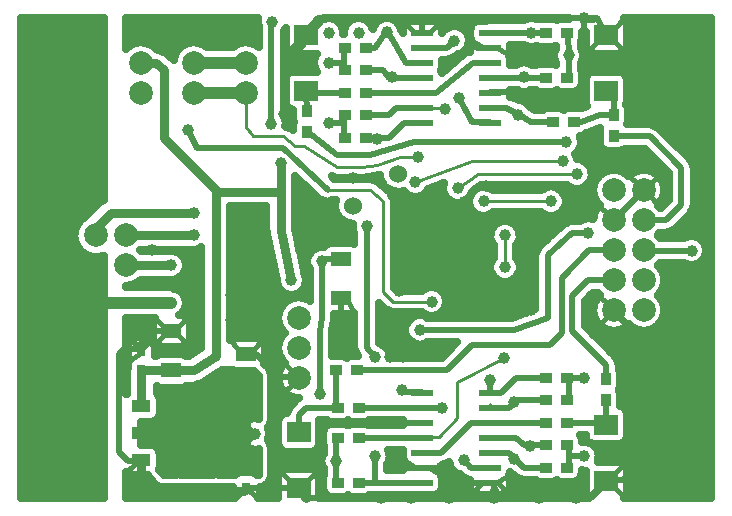
<source format=gbl>
G04*
G04  File:            DEBUGADAPTOR..GBL, Mon Jan 23 17:11:56 2012*
G04  Source:          P-CAD 2006 PCB, Version 19.02.958, (D:\Projects\finished\EC3\DebugAdaptor.PCB)*
G04  Format:          Gerber Format (RS-274-D), ASCII*
G04*
G04  Format Options:  Absolute Positioning*
G04                   Leading-Zero Suppression*
G04                   Scale Factor 1:1*
G04                   NO Circular Interpolation*
G04                   Millimeter Units*
G04                   Numeric Format: 4.4 (XXXX.XXXX)*
G04                   G54 NOT Used for Aperture Change*
G04                   Apertures Embedded*
G04*
G04  File Options:    Offset = (0.000mm,0.000mm)*
G04                   Drill Symbol Size = 2.032mm*
G04                   No Pad/Via Holes*
G04*
G04  File Contents:   Pads*
G04                   Vias*
G04                   Designators*
G04                   Types*
G04                   Values*
G04                   No Drill Symbols*
G04                   Bottom*
G04*
%INDEBUGADAPTOR..GBL*%
%ICAS*%
%MOMM*%
G04*
G04  Aperture MACROs for general use --- invoked via D-code assignment *
G04*
G04  General MACRO for flashed round with rotation and/or offset hole *
%AMROTOFFROUND*
1,1,$1,0.0000,0.0000*
1,0,$2,$3,$4*%
G04*
G04  General MACRO for flashed oval (obround) with rotation and/or offset hole *
%AMROTOFFOVAL*
21,1,$1,$2,0.0000,0.0000,$3*
1,1,$4,$5,$6*
1,1,$4,0-$5,0-$6*
1,0,$7,$8,$9*%
G04*
G04  General MACRO for flashed oval (obround) with rotation and no hole *
%AMROTOVALNOHOLE*
21,1,$1,$2,0.0000,0.0000,$3*
1,1,$4,$5,$6*
1,1,$4,0-$5,0-$6*%
G04*
G04  General MACRO for flashed rectangle with rotation and/or offset hole *
%AMROTOFFRECT*
21,1,$1,$2,0.0000,0.0000,$3*
1,0,$4,$5,$6*%
G04*
G04  General MACRO for flashed rectangle with rotation and no hole *
%AMROTRECTNOHOLE*
21,1,$1,$2,0.0000,0.0000,$3*%
G04*
G04  General MACRO for flashed rounded-rectangle *
%AMROUNDRECT*
21,1,$1,$2-$4,0.0000,0.0000,$3*
21,1,$1-$4,$2,0.0000,0.0000,$3*
1,1,$4,$5,$6*
1,1,$4,$7,$8*
1,1,$4,0-$5,0-$6*
1,1,$4,0-$7,0-$8*
1,0,$9,$10,$11*%
G04*
G04  General MACRO for flashed rounded-rectangle with rotation and no hole *
%AMROUNDRECTNOHOLE*
21,1,$1,$2-$4,0.0000,0.0000,$3*
21,1,$1-$4,$2,0.0000,0.0000,$3*
1,1,$4,$5,$6*
1,1,$4,$7,$8*
1,1,$4,0-$5,0-$6*
1,1,$4,0-$7,0-$8*%
G04*
G04  General MACRO for flashed regular polygon *
%AMREGPOLY*
5,1,$1,0.0000,0.0000,$2,$3+$4*
1,0,$5,$6,$7*%
G04*
G04  General MACRO for flashed regular polygon with no hole *
%AMREGPOLYNOHOLE*
5,1,$1,0.0000,0.0000,$2,$3+$4*%
G04*
G04  General MACRO for target *
%AMTARGET*
6,0,0,$1,$2,$3,4,$4,$5,$6*%
G04*
G04  General MACRO for mounting hole *
%AMMTHOLE*
1,1,$1,0,0*
1,0,$2,0,0*
$1=$1-$2*
$1=$1/2*
21,1,$2+$1,$3,0,0,$4*
21,1,$3,$2+$1,0,0,$4*%
G04*
G04*
G04  D10 : "Ellipse X0.254mm Y0.254mm H0.000mm 0.0deg (0.000mm,0.000mm) Draw"*
G04  Disc: OuterDia=0.2540*
%ADD10C, 0.2540*%
G04  D11 : "Ellipse X0.381mm Y0.381mm H0.000mm 0.0deg (0.000mm,0.000mm) Draw"*
G04  Disc: OuterDia=0.3810*
%ADD11C, 0.3810*%
G04  D12 : "Ellipse X0.500mm Y0.500mm H0.000mm 0.0deg (0.000mm,0.000mm) Draw"*
G04  Disc: OuterDia=0.5000*
%ADD12C, 0.5000*%
G04  D13 : "Ellipse X0.635mm Y0.635mm H0.000mm 0.0deg (0.000mm,0.000mm) Draw"*
G04  Disc: OuterDia=0.6350*
%ADD13C, 0.6350*%
G04  D14 : "Ellipse X0.800mm Y0.800mm H0.000mm 0.0deg (0.000mm,0.000mm) Draw"*
G04  Disc: OuterDia=0.8000*
%ADD14C, 0.8000*%
G04  D15 : "Ellipse X1.000mm Y1.000mm H0.000mm 0.0deg (0.000mm,0.000mm) Draw"*
G04  Disc: OuterDia=1.0000*
%ADD15C, 1.0000*%
G04  D16 : "Ellipse X0.102mm Y0.102mm H0.000mm 0.0deg (0.000mm,0.000mm) Draw"*
G04  Disc: OuterDia=0.1016*
%ADD16C, 0.1016*%
G04  D17 : "Ellipse X0.127mm Y0.127mm H0.000mm 0.0deg (0.000mm,0.000mm) Draw"*
G04  Disc: OuterDia=0.1270*
%ADD17C, 0.1270*%
G04  D18 : "Ellipse X0.150mm Y0.150mm H0.000mm 0.0deg (0.000mm,0.000mm) Draw"*
G04  Disc: OuterDia=0.1500*
%ADD18C, 0.1500*%
G04  D19 : "Ellipse X0.203mm Y0.203mm H0.000mm 0.0deg (0.000mm,0.000mm) Draw"*
G04  Disc: OuterDia=0.2032*
%ADD19C, 0.2032*%
G04  D20 : "Ellipse X0.250mm Y0.250mm H0.000mm 0.0deg (0.000mm,0.000mm) Draw"*
G04  Disc: OuterDia=0.2500*
%ADD20C, 0.2500*%
G04  D21 : "Ellipse X0.250mm Y0.250mm H0.000mm 0.0deg (0.000mm,0.000mm) Draw"*
G04  Disc: OuterDia=0.2500*
%ADD21C, 0.2500*%
G04  D22 : "Ellipse X5.000mm Y5.000mm H0.000mm 0.0deg (0.000mm,0.000mm) Flash"*
G04  Disc: OuterDia=5.0000*
%ADD22C, 5.0000*%
G04  D23 : "Ellipse X5.381mm Y5.381mm H0.000mm 0.0deg (0.000mm,0.000mm) Flash"*
G04  Disc: OuterDia=5.3810*
%ADD23C, 5.3810*%
G04  D24 : "Ellipse X1.524mm Y1.524mm H0.000mm 0.0deg (0.000mm,0.000mm) Flash"*
G04  Disc: OuterDia=1.5240*
%ADD24C, 1.5240*%
G04  D25 : "Ellipse X1.905mm Y1.905mm H0.000mm 0.0deg (0.000mm,0.000mm) Flash"*
G04  Disc: OuterDia=1.9050*
%ADD25C, 1.9050*%
G04  D26 : "Ellipse X2.000mm Y2.000mm H0.000mm 0.0deg (0.000mm,0.000mm) Flash"*
G04  Disc: OuterDia=2.0000*
%ADD26C, 2.0000*%
G04  D27 : "Ellipse X2.381mm Y2.381mm H0.000mm 0.0deg (0.000mm,0.000mm) Flash"*
G04  Disc: OuterDia=2.3810*
%ADD27C, 2.3810*%
G04  D28 : "Oval X0.280mm Y1.100mm H0.000mm 0.0deg (0.000mm,0.000mm) Flash"*
G04  Obround: DimX=0.2800, DimY=1.1000, Rotation=0.0, OffsetX=0.0000, OffsetY=0.0000, HoleDia=0.0000 *
%ADD28O, 0.2800 X1.1000*%
G04  D29 : "Oval X0.661mm Y1.481mm H0.000mm 0.0deg (0.000mm,0.000mm) Flash"*
G04  Obround: DimX=0.6610, DimY=1.4810, Rotation=0.0, OffsetX=0.0000, OffsetY=0.0000, HoleDia=0.0000 *
%ADD29O, 0.6610 X1.4810*%
G04  D30 : "Oval X1.100mm Y0.270mm H0.000mm 0.0deg (0.000mm,0.000mm) Flash"*
G04  Obround: DimX=1.1000, DimY=0.2700, Rotation=0.0, OffsetX=0.0000, OffsetY=0.0000, HoleDia=0.0000 *
%ADD30O, 1.1000 X0.2700*%
G04  D31 : "Oval X1.481mm Y0.651mm H0.000mm 0.0deg (0.000mm,0.000mm) Flash"*
G04  Obround: DimX=1.4810, DimY=0.6510, Rotation=0.0, OffsetX=0.0000, OffsetY=0.0000, HoleDia=0.0000 *
%ADD31O, 1.4810 X0.6510*%
G04  D32 : "Rectangle X3.000mm Y3.000mm H0.000mm 0.0deg (0.000mm,0.000mm) Flash"*
G04  Square: Side=3.0000, Rotation=0.0, OffsetX=0.0000, OffsetY=0.0000, HoleDia=0.0000*
%ADD32R, 3.0000 X3.0000*%
G04  D33 : "Rectangle X1.499mm Y3.277mm H0.000mm 0.0deg (0.000mm,0.000mm) Flash"*
G04  Rectangular: DimX=1.4986, DimY=3.2766, Rotation=0.0, OffsetX=0.0000, OffsetY=0.0000, HoleDia=0.0000 *
%ADD33R, 1.4986 X3.2766*%
G04  D34 : "Rectangle X3.381mm Y3.381mm H0.000mm 0.0deg (0.000mm,0.000mm) Flash"*
G04  Square: Side=3.3810, Rotation=0.0, OffsetX=0.0000, OffsetY=0.0000, HoleDia=0.0000*
%ADD34R, 3.3810 X3.3810*%
G04  D35 : "Rectangle X1.880mm Y3.658mm H0.000mm 0.0deg (0.000mm,0.000mm) Flash"*
G04  Rectangular: DimX=1.8796, DimY=3.6576, Rotation=0.0, OffsetX=0.0000, OffsetY=0.0000, HoleDia=0.0000 *
%ADD35R, 1.8796 X3.6576*%
G04  D36 : "Rectangle X0.435mm Y0.435mm H0.000mm 0.0deg (0.000mm,0.000mm) Flash"*
G04  Square: Side=0.4350, Rotation=0.0, OffsetX=0.0000, OffsetY=0.0000, HoleDia=0.0000*
%ADD36R, 0.4350 X0.4350*%
G04  D37 : "Rectangle X0.816mm Y0.816mm H0.000mm 0.0deg (0.000mm,0.000mm) Flash"*
G04  Square: Side=0.8160, Rotation=0.0, OffsetX=0.0000, OffsetY=0.0000, HoleDia=0.0000*
%ADD37R, 0.8160 X0.8160*%
G04  D38 : "Rectangle X0.800mm Y0.950mm H0.000mm 0.0deg (0.000mm,0.000mm) Flash"*
G04  Rectangular: DimX=0.8000, DimY=0.9500, Rotation=0.0, OffsetX=0.0000, OffsetY=0.0000, HoleDia=0.0000 *
%ADD38R, 0.8000 X0.9500*%
G04  D39 : "Rectangle X1.499mm Y0.991mm H0.000mm 0.0deg (0.000mm,0.000mm) Flash"*
G04  Rectangular: DimX=1.4986, DimY=0.9906, Rotation=0.0, OffsetX=0.0000, OffsetY=0.0000, HoleDia=0.0000 *
%ADD39R, 1.4986 X0.9906*%
G04  D40 : "Rectangle X1.000mm Y0.900mm H0.000mm 0.0deg (0.000mm,0.000mm) Flash"*
G04  Rectangular: DimX=1.0000, DimY=0.9000, Rotation=0.0, OffsetX=0.0000, OffsetY=0.0000, HoleDia=0.0000 *
%ADD40R, 1.0000 X0.9000*%
G04  D41 : "Rectangle X0.900mm Y1.000mm H0.000mm 0.0deg (0.000mm,0.000mm) Flash"*
G04  Rectangular: DimX=0.9000, DimY=1.0000, Rotation=0.0, OffsetX=0.0000, OffsetY=0.0000, HoleDia=0.0000 *
%ADD41R, 0.9000 X1.0000*%
G04  D42 : "Rectangle X1.000mm Y1.700mm H0.000mm 0.0deg (0.000mm,0.000mm) Flash"*
G04  Rectangular: DimX=1.0000, DimY=1.7000, Rotation=0.0, OffsetX=0.0000, OffsetY=0.0000, HoleDia=0.0000 *
%ADD42R, 1.0000 X1.7000*%
G04  D43 : "Rectangle X1.250mm Y1.700mm H0.000mm 0.0deg (0.000mm,0.000mm) Flash"*
G04  Rectangular: DimX=1.2500, DimY=1.7000, Rotation=0.0, OffsetX=0.0000, OffsetY=0.0000, HoleDia=0.0000 *
%ADD43R, 1.2500 X1.7000*%
G04  D44 : "Rectangle X1.700mm Y1.250mm H0.000mm 0.0deg (0.000mm,0.000mm) Flash"*
G04  Rectangular: DimX=1.7000, DimY=1.2500, Rotation=0.0, OffsetX=0.0000, OffsetY=0.0000, HoleDia=0.0000 *
%ADD44R, 1.7000 X1.2500*%
G04  D45 : "Rectangle X1.181mm Y1.331mm H0.000mm 0.0deg (0.000mm,0.000mm) Flash"*
G04  Rectangular: DimX=1.1810, DimY=1.3310, Rotation=0.0, OffsetX=0.0000, OffsetY=0.0000, HoleDia=0.0000 *
%ADD45R, 1.1810 X1.3310*%
G04  D46 : "Rectangle X1.880mm Y1.372mm H0.000mm 0.0deg (0.000mm,0.000mm) Flash"*
G04  Rectangular: DimX=1.8796, DimY=1.3716, Rotation=0.0, OffsetX=0.0000, OffsetY=0.0000, HoleDia=0.0000 *
%ADD46R, 1.8796 X1.3716*%
G04  D47 : "Rectangle X1.381mm Y1.281mm H0.000mm 0.0deg (0.000mm,0.000mm) Flash"*
G04  Rectangular: DimX=1.3810, DimY=1.2810, Rotation=0.0, OffsetX=0.0000, OffsetY=0.0000, HoleDia=0.0000 *
%ADD47R, 1.3810 X1.2810*%
G04  D48 : "Rectangle X1.281mm Y1.381mm H0.000mm 0.0deg (0.000mm,0.000mm) Flash"*
G04  Rectangular: DimX=1.2810, DimY=1.3810, Rotation=0.0, OffsetX=0.0000, OffsetY=0.0000, HoleDia=0.0000 *
%ADD48R, 1.2810 X1.3810*%
G04  D49 : "Rectangle X1.381mm Y2.081mm H0.000mm 0.0deg (0.000mm,0.000mm) Flash"*
G04  Rectangular: DimX=1.3810, DimY=2.0810, Rotation=0.0, OffsetX=0.0000, OffsetY=0.0000, HoleDia=0.0000 *
%ADD49R, 1.3810 X2.0810*%
G04  D50 : "Rectangle X1.631mm Y2.081mm H0.000mm 0.0deg (0.000mm,0.000mm) Flash"*
G04  Rectangular: DimX=1.6310, DimY=2.0810, Rotation=0.0, OffsetX=0.0000, OffsetY=0.0000, HoleDia=0.0000 *
%ADD50R, 1.6310 X2.0810*%
G04  D51 : "Rectangle X2.081mm Y1.631mm H0.000mm 0.0deg (0.000mm,0.000mm) Flash"*
G04  Rectangular: DimX=2.0810, DimY=1.6310, Rotation=0.0, OffsetX=0.0000, OffsetY=0.0000, HoleDia=0.0000 *
%ADD51R, 2.0810 X1.6310*%
G04  D52 : "Rectangle X2.032mm Y1.778mm H0.000mm 0.0deg (0.000mm,0.000mm) Flash"*
G04  Rectangular: DimX=2.0320, DimY=1.7780, Rotation=0.0, OffsetX=0.0000, OffsetY=0.0000, HoleDia=0.0000 *
%ADD52R, 2.0320 X1.7780*%
G04  D53 : "Rectangle X1.800mm Y0.600mm H0.000mm 0.0deg (0.000mm,0.000mm) Flash"*
G04  Rectangular: DimX=1.8000, DimY=0.6000, Rotation=0.0, OffsetX=0.0000, OffsetY=0.0000, HoleDia=0.0000 *
%ADD53R, 1.8000 X0.6000*%
G04  D54 : "Rectangle X1.880mm Y0.610mm H0.000mm 0.0deg (0.000mm,0.000mm) Flash"*
G04  Rectangular: DimX=1.8796, DimY=0.6096, Rotation=0.0, OffsetX=0.0000, OffsetY=0.0000, HoleDia=0.0000 *
%ADD54R, 1.8796 X0.6096*%
G04  D55 : "Rectangle X2.413mm Y2.159mm H0.000mm 0.0deg (0.000mm,0.000mm) Flash"*
G04  Rectangular: DimX=2.4130, DimY=2.1590, Rotation=0.0, OffsetX=0.0000, OffsetY=0.0000, HoleDia=0.0000 *
%ADD55R, 2.4130 X2.1590*%
G04  D56 : "Rectangle X2.181mm Y0.981mm H0.000mm 0.0deg (0.000mm,0.000mm) Flash"*
G04  Rectangular: DimX=2.1810, DimY=0.9810, Rotation=0.0, OffsetX=0.0000, OffsetY=0.0000, HoleDia=0.0000 *
%ADD56R, 2.1810 X0.9810*%
G04  D57 : "Rectangle X2.261mm Y0.991mm H0.000mm 0.0deg (0.000mm,0.000mm) Flash"*
G04  Rectangular: DimX=2.2606, DimY=0.9906, Rotation=0.0, OffsetX=0.0000, OffsetY=0.0000, HoleDia=0.0000 *
%ADD57R, 2.2606 X0.9906*%
G04  D58 : "Ellipse X1.000mm Y1.000mm H0.000mm 0.0deg (0.000mm,0.000mm) Flash"*
G04  Disc: OuterDia=1.0000*
%ADD58C, 1.0000*%
G04  D59 : "Ellipse X1.381mm Y1.381mm H0.000mm 0.0deg (0.000mm,0.000mm) Flash"*
G04  Disc: OuterDia=1.3810*
%ADD59C, 1.3810*%
G04*
%FSLAX44Y44*%
%SFA1B1*%
%OFA0.000B0.000*%
G04*
G71*
G90*
G01*
D2*
%LNBottom*%
D12*
X597000Y744000*
X605000Y736000D1*
X601000Y831000D2*
X597000Y827000D1*
D2*
D15*
X577850Y869950*
Y901700D1*
X552450*
Y850900*
D2*
D14*
X577850Y927100*
Y933450D1*
X590550Y946150*
X615950Y736600D2*
Y726050D1*
X629000Y711000*
X679450D2*
Y711200D1*
X629000Y711000D2*
X647700D1*
X679450*
X647700D2*
Y711200D1*
X615950Y782320D2*
Y812800D1*
X641350*
X660400*
X679000Y825000*
D2*
D12*
X641350Y845820*
X625820D1*
X663000Y1001000D2*
X656000Y1016000D1*
D2*
D14*
X615950Y1073150*
X628650D1*
X749000Y711000D2*
X749200Y711200D1*
X749300*
X755650Y704850*
D2*
D12*
X705000Y713500*
Y713000D1*
D2*
D14*
X749000Y710000*
Y711000D1*
D2*
D12*
X705000Y713000*
X727000D1*
X749000*
X712000Y759000D2*
X705000D1*
X704850Y826770D2*
X713230D1*
X727000Y813000*
X755650Y781050D2*
X749300Y774700D1*
X749200Y806450D2*
X749000Y806650D1*
X749300Y806450D2*
X749200D1*
X749300Y831950D2*
X749000Y832250D1*
X749300Y831850D2*
Y831950D1*
X727000Y807000D2*
Y813000D1*
X749000Y807000D2*
Y806650D1*
Y807000D2*
X727000D1*
X758000Y918000D2*
Y935000D1*
D2*
D14*
X734000Y931000*
Y964000D1*
X732790Y963930D2*
X734000Y964000D1*
X732790D2*
X734000D1*
X732790Y963930D2*
X732790Y964000D1*
X734060D2*
X734000D1*
D2*
D10*
X704850Y1047750*
Y1019150D1*
X746000Y1003000D2*
X754000D1*
D2*
D12*
X755650Y1047750*
X756000Y1032000D1*
Y1014220D2*
X757430D1*
X757350Y1014300*
D2*
D10*
X736000Y1011000*
X746000Y1003000D1*
X704850Y1019150D2*
X711000Y1011000D1*
X736000*
D2*
D12*
X756000Y1097000*
X754000D1*
Y1089000*
X737000Y1072000*
X782320Y717550D2*
X781050D1*
X781000Y736000D2*
Y743000D1*
X814000Y740000D2*
Y718000D1*
X781050Y717550D2*
Y736000D1*
Y755650*
Y736000D2*
X781000D1*
Y813000D2*
X781050Y812950D1*
Y781050*
X799000Y813000D2*
X798000Y814000D1*
X807000Y832000D2*
X814000Y824000D1*
X772000Y907000D2*
X785000D1*
Y873980D2*
Y860000D1*
D2*
D10*
X829000Y871000*
X821000Y879000D1*
D2*
D12*
X783000Y910000*
X785000Y907000D1*
X783000Y910000D2*
X786000Y907000D1*
X769000Y905000D2*
Y857000D1*
X767000Y846000*
X828000Y859000D2*
X827000Y860000D1*
D2*
D10*
X816000Y987000*
X802540Y984810D1*
X781540D2*
X802540D1*
X821000Y956000D2*
X810000Y965730D1*
X774000*
D2*
D12*
X795655Y975360*
X812800D1*
X806450Y1028700D2*
X825500D1*
X831850Y1035050*
X788670Y1028700D2*
X787400D1*
X774700Y1022350D2*
X787400D1*
Y1028700D2*
Y1022350D1*
Y1009650*
X806450D2*
X807650D1*
D2*
D10*
X808000Y1010000D1*
X806000Y1008000D2*
X807650Y1009650D1*
X808000Y1008000D2*
X806000D1*
X816000Y1009000D2*
X808000Y1008000D1*
D2*
D12*
X782000Y995000*
X810000D1*
X807650Y1009650D2*
X816000D1*
X825500*
X816000D2*
Y1009000D1*
X788670Y1085850D2*
X787400D1*
Y1073150D2*
X774700D1*
X787400D2*
Y1085850D1*
X814000Y1086000D2*
X806450Y1085850D1*
X814000Y1086000D2*
X822896Y1098850D1*
X853948Y755650D2*
X857250D1*
X869950Y742950D2*
X853948D1*
X850900*
X911352Y717550D2*
X908050D1*
X853948Y730250D2*
X850900D1*
D2*
D10*
X868000Y756000*
X854000D1*
X910750Y730250D2*
X910000Y731000D1*
X911352Y755650D2*
Y756648D1*
X911000Y757000*
D2*
D12*
X882650Y717550*
X908050D1*
X882650D2*
X869950Y730250D1*
X853948*
X889000Y736600D2*
X895350Y730250D1*
X910750*
X911352*
X853948D2*
X854000Y730198D1*
Y730000*
X844550Y704850D2*
X876300D1*
X911352Y768350D2*
X895350D1*
X911000Y805000D2*
Y794000D1*
D2*
D10*
X911352Y781050*
Y783648D1*
X911000Y784000*
D2*
D12*
X911352Y793750*
X908050D1*
X896000Y834000D2*
X875000Y813000D1*
X853948Y793948D2*
X854000Y794000D1*
X853948Y793750D2*
Y793948D1*
X854708Y781000D2*
X853948Y781050D1*
X854708Y781000D2*
X855000Y781000D1*
X871000*
X854708Y781000*
D2*
D10*
X883000Y803000*
Y772000D1*
D2*
D12*
X891000Y860000*
Y901000D1*
X871000Y860000D2*
X891000D1*
X871000D2*
Y859000D1*
D2*
D10*
X901000Y979000*
X884000Y967000D1*
D2*
D12*
X889000Y955000*
X888000D1*
X852000Y926000*
X853948Y1060450D2*
X857250D1*
X853948Y1022350D2*
X857250D1*
X911352Y1035050D2*
X908050D1*
X911352Y1022350D2*
X911000Y1022702D1*
Y1023000*
X896000*
D2*
D10*
X873000Y1034000*
X869000Y1035000D1*
X853000*
D2*
D12*
X896000Y1023000*
X885000Y1043000D1*
X849948Y1047750D2*
X853948D1*
X865950*
X911352D2*
X911250D1*
X911000Y1048000*
X853948Y1073150D2*
X857250D1*
X911352Y1098550D2*
X908050D1*
X853948D2*
X854000Y1098498D1*
Y1111000*
X853948Y1085850D2*
X853150D1*
X853000Y1086000*
X875000*
X881000Y1092000*
X897000Y1073000D2*
X911352Y1073150D1*
Y1085850D2*
X900150D1*
X894000Y1092000*
Y1111000*
X854000*
X958850Y730250D2*
X939800D1*
X976630D2*
X977900D1*
Y749300*
X939800D2*
X939100Y750000D1*
X933450Y755650*
D2*
D10*
X939100Y750000*
X937000D1*
D2*
D12*
X984250Y704850*
X952500D1*
D2*
D10*
X945000Y749000*
X943000D1*
X942000Y750000D2*
X939100D1*
D2*
D12*
X958850Y749300*
X942700D1*
X939800*
D2*
D10*
X943000Y749000*
X942700Y749300D1*
X942000Y750000*
X934000Y735000D2*
X935000D1*
X936000Y734000*
D2*
D12*
X939800Y730250*
X932025Y738025D1*
X927100Y742950*
X932025Y738025D2*
X932000Y738000D1*
X958850Y806450D2*
X933450D1*
X920750Y793750*
X958850Y787400D2*
X933450D1*
X927100Y781050*
D2*
D10*
X932000Y786000*
X931000D1*
X929000Y784000*
D2*
D12*
X977450Y806450*
X977000Y806000D1*
X976630Y806450D2*
X977450D1*
X977900*
Y806000*
Y787400*
X977000Y806000D2*
X977900D1*
X972000Y844000D2*
Y891000D1*
X932000Y847000D2*
X960000Y857000D1*
Y910000*
X981000Y846000D2*
Y876000D1*
D2*
D10*
X982000Y979000*
X985000D1*
X940000Y1061000D2*
X925000D1*
D2*
D12*
X983780Y1023000*
X982780D1*
X988000D2*
X983780D1*
X935000Y1029000D2*
Y1029738D1*
X925000Y1035000*
X946000Y1023000D2*
X965000D1*
X946000D2*
X935000Y1029738D1*
X958850Y1060450D2*
X940000D1*
Y1061000*
D2*
D10*
X947000Y1098000*
X946000Y1097000D1*
D2*
D12*
X977900Y1098750*
X977650Y1099000D1*
Y1100000*
Y1098000D2*
Y1098600D1*
Y1099000*
X976650Y1098000D2*
X977650Y1098600D1*
X977900Y1098750*
X977650Y1097000D2*
X976650Y1098000D1*
X977900Y1079500D2*
X977650Y1097000D1*
D2*
D10*
X946150Y1098550*
X947000Y1098000D1*
D2*
D12*
X958850Y1098550*
X946150D1*
X1009650Y719328D2*
Y717550D1*
X996950Y704850*
X1009650Y719328D2*
X1010322Y720000D1*
X1025000*
X1034000Y741700*
X1009650Y768350D2*
Y787400D1*
Y805180D2*
Y817350D1*
X1034000Y773000D2*
X1064000Y803000D1*
X1016000Y889000D2*
X994000D1*
X1064000Y845000D2*
X1033000D1*
X1014000Y864000*
X1064000Y845000D2*
Y846000D1*
X1060450Y939800D2*
X1041400D1*
Y965200D2*
X1041200D1*
X1016000Y939800D2*
Y940000D1*
X1041000Y965000*
X1041200Y965200*
X1016000Y1010920D2*
X1046480D1*
X1016000Y1028700D2*
X1012000Y1029000D1*
X1004000D2*
X1012000D1*
X1016000D2*
X1012000D1*
X1016000Y1050000D2*
Y1029000D1*
Y1050000D2*
X1009650Y1049528D1*
X999000Y1109000D2*
X998000Y1110000D1*
X1009650Y1096772D2*
X1001772Y1111000D1*
X1073150Y984250D2*
Y952500D1*
X597000Y827000D2*
Y744000D1*
D2*
D14*
X678942Y759460*
Y759942D1*
X679000Y760000*
D2*
D12*
X625820Y845820*
X616000Y836000D1*
Y831000*
D2*
D14*
X628650Y1073150*
X635000Y1066800D1*
Y1009650*
X679450Y965200*
X705000Y759000D2*
Y763000D1*
D2*
D12*
X749300Y760222*
X750000Y760922D1*
X749300Y774700D2*
Y762000D1*
D2*
D14*
X705000Y763000*
X704850Y793750D1*
X743000Y889000D2*
X734000Y931000D1*
D2*
D12*
X727000Y713000*
Y807000D1*
D2*
D14*
X705000Y759000*
Y730000D1*
D2*
D12*
X737000Y1072000*
Y1030000D1*
X726000Y1021000D2*
Y1107000D1*
D2*
D14*
X734000Y964000*
X734060Y988060D1*
D2*
D12*
X827000Y824000*
Y860000D1*
X807000Y935000D2*
Y832000D1*
X767000Y846000D2*
Y796000D1*
X787400Y1066800D2*
Y1073150D1*
X806450Y1066800D2*
X821000Y1067000D1*
X825850Y1060450*
D2*
D10*
X835000Y993000*
X816000Y987000D1*
D2*
D12*
X895350Y768350*
X869950Y742950D1*
D2*
D10*
X883000Y772000*
X868000Y756000D1*
D2*
D12*
X891000Y901000*
X851000Y925000D1*
D2*
D10*
X848000Y972000*
X896000Y990000D1*
D2*
D12*
X865950Y1047750*
X897000Y1073000D1*
D2*
D10*
X924000Y927000*
Y900000D1*
D2*
D12*
X972000Y844000*
X962000Y834000D1*
X960000Y910000D2*
X981000Y929000D1*
D2*
D10*
X973000Y987000*
Y990000D1*
D2*
D12*
X977900Y1060450*
Y1079500D1*
X1016000Y914400D2*
X995400D1*
X1043000Y914000D2*
X1042000Y915000D1*
X1064000Y803000D2*
Y845000D1*
X1034000Y741700D2*
Y773000D1*
D2*
D15*
X552450Y977900*
Y901700D1*
D2*
D14*
X679000Y825000*
Y964000D1*
D2*
D10*
X821000Y879000*
Y956000D1*
D2*
D12*
X605000Y736000*
X615000D1*
X616000Y831000D2*
X601000D1*
D2*
D14*
X603250Y901700*
X641350D1*
D2*
D15*
Y869950*
X577850D1*
D2*
D12*
X800100Y755650*
X853948D1*
X800100Y717550D2*
X850900D1*
X933450Y755650D2*
X914400D1*
D2*
D14*
Y704850*
Y711200D1*
D2*
D12*
Y717550D1*
X911352Y730250D2*
X914400D1*
X854000Y730000D2*
X827000D1*
X755650Y704850D2*
X819150D1*
X876300D2*
X914400D1*
X819150D2*
X844550D1*
X927100Y742950D2*
X914400D1*
D2*
D14*
X679450Y711000*
X703000D1*
D2*
D12*
X781050Y781050*
X755650D1*
X927100D2*
X914400D1*
X920750Y793750D2*
X911352D1*
X875000Y813000D2*
X799000D1*
X827000Y768000D2*
X855000D1*
X854000Y794000D2*
X839000D1*
X800100Y781050D2*
X854708Y781000D1*
D2*
D10*
X838000Y824000*
X827000D1*
X923000Y823000D2*
X883000Y803000D1*
X862000Y871000D2*
X829000D1*
D2*
D12*
X852000Y847000*
X932000D1*
X871000Y859000D2*
X828000D1*
X827000Y860000D2*
X871000D1*
X758000Y935000D2*
X776000Y953000D1*
D2*
D14*
X732790Y964000*
X679000D1*
D2*
D12*
X831850Y1035050*
X850900D1*
X825500Y1009650D2*
X838200Y1022350D1*
X853948*
X788670Y1047750D2*
X755650D1*
D2*
D10*
X828000Y1061000*
X842000D1*
D2*
D12*
X825850Y1060450*
X853948D1*
D2*
D15*
X660400Y1047750*
X704850D1*
D2*
D10*
X835000Y993000*
X850000D1*
D2*
D12*
X761000Y1011000*
X757350Y1014300D1*
X806450Y1047750D2*
X849948D1*
X736000Y1001000D2*
X663000D1*
X925000Y1035000D2*
X911352Y1035050D1*
X810000Y995000D2*
X847000Y1006000D1*
X761000Y1011000D2*
X782000Y995000D1*
X940000Y1060450D2*
X914400D1*
X911352Y1073150D2*
X914400D1*
D2*
D15*
X660400*
X704850D1*
D2*
D12*
X766000Y1111000*
X756000Y1101000D1*
X854000Y1111000D2*
X766000D1*
X839850Y1073150D2*
X853948D1*
X825086Y1098850D2*
X839850Y1073150D1*
X946150Y1098550D2*
X911352D1*
X991000Y740000D2*
X978000D1*
X996950Y704850D2*
X984250D1*
X976630Y768350D2*
X1009650D1*
X991000Y806000D2*
X990000Y807000D1*
Y806000*
X977900D2*
X990000D1*
X991000*
X981000Y876000D2*
X994000Y889000D1*
X1073150Y952500D2*
X1060450Y939800D1*
X981000Y929000D2*
X994000D1*
X988000Y1023000D2*
X1004000Y1029000D1*
X985000Y1048000D2*
X991000Y1054000D1*
Y1109000D2*
X999000D1*
D2*
D14*
X679000Y760000*
X683000D1*
D2*
D10*
X754000Y1003000*
X781540Y984810D1*
D2*
D12*
X774000Y965730*
X736000Y1001000D1*
X1009650Y817350D2*
X981000Y846000D1*
X1082000Y914000D2*
X1043000D1*
X972000Y891000D2*
X995400Y914400D1*
X1046480Y1010920D2*
X1073150Y984250D1*
X991000Y1054000D2*
Y1109000D1*
D2*
D13*
X577850Y908569*
X570758Y909979D1*
X564746Y913996*
X560729Y920008*
X559319Y927100*
X560729Y934191*
X564746Y940203*
X568511Y942718*
X568531Y942768*
X581231Y955468*
X584200Y956697*
Y1111250*
X514350*
Y704850*
X584200*
Y909832*
X577850Y908569*
X514350Y704850D2*
X584200D1*
X514350Y709612D2*
X584200D1*
X514350Y714375D2*
X584200D1*
X514350Y719137D2*
X584200D1*
X514350Y723900D2*
X584200D1*
X514350Y728662D2*
X584200D1*
X514350Y733425D2*
X584200D1*
X514350Y738187D2*
X584200D1*
X514350Y742950D2*
X584200D1*
X514350Y747712D2*
X584200D1*
X514350Y752475D2*
X584200D1*
X514350Y757237D2*
X584200D1*
X514350Y762000D2*
X584200D1*
X514350Y766762D2*
X584200D1*
X514350Y771525D2*
X584200D1*
X514350Y776287D2*
X584200D1*
X514350Y781050D2*
X584200D1*
X514350Y785812D2*
X584200D1*
X514350Y790575D2*
X584200D1*
X514350Y795337D2*
X584200D1*
X514350Y800100D2*
X584200D1*
X514350Y804862D2*
X584200D1*
X514350Y809625D2*
X584200D1*
X514350Y814387D2*
X584200D1*
X514350Y819150D2*
X584200D1*
X514350Y823912D2*
X584200D1*
X514350Y828675D2*
X584200D1*
X514350Y833437D2*
X584200D1*
X514350Y838200D2*
X584200D1*
X514350Y842962D2*
X584200D1*
X514350Y847725D2*
X584200D1*
X514350Y852487D2*
X584200D1*
X514350Y857250D2*
X584200D1*
X514350Y862012D2*
X584200D1*
X514350Y866775D2*
X584200D1*
X514350Y871537D2*
X584200D1*
X514350Y876300D2*
X584200D1*
X514350Y881062D2*
X584200D1*
X514350Y885825D2*
X584200D1*
X514350Y890587D2*
X584200D1*
X514350Y895350D2*
X584200D1*
X514350Y900112D2*
X584200D1*
X514350Y904875D2*
X584200D1*
X514350Y909637D2*
X572478D1*
X583221D2*
X584200D1*
X514350Y914400D2*
X564477D1*
X514350Y919162D2*
X561294D1*
X514350Y923925D2*
X559950D1*
X514350Y928687D2*
X559634D1*
X514350Y933450D2*
X560582D1*
X514350Y938212D2*
X563416D1*
X514350Y942975D2*
X568738D1*
X514350Y947737D2*
X573500D1*
X514350Y952500D2*
X578263D1*
X514350Y957262D2*
X584200D1*
X514350Y962025D2*
X584200D1*
X514350Y966787D2*
X584200D1*
X514350Y971550D2*
X584200D1*
X514350Y976312D2*
X584200D1*
X514350Y981075D2*
X584200D1*
X514350Y985837D2*
X584200D1*
X514350Y990600D2*
X584200D1*
X514350Y995362D2*
X584200D1*
X514350Y1000125D2*
X584200D1*
X514350Y1004887D2*
X584200D1*
X514350Y1009650D2*
X584200D1*
X514350Y1014412D2*
X584200D1*
X514350Y1019175D2*
X584200D1*
X514350Y1023937D2*
X584200D1*
X514350Y1028700D2*
X584200D1*
X514350Y1033462D2*
X584200D1*
X514350Y1038225D2*
X584200D1*
X514350Y1042987D2*
X584200D1*
X514350Y1047750D2*
X584200D1*
X514350Y1052512D2*
X584200D1*
X514350Y1057275D2*
X584200D1*
X514350Y1062037D2*
X584200D1*
X514350Y1066800D2*
X584200D1*
X514350Y1071562D2*
X584200D1*
X514350Y1076325D2*
X584200D1*
X514350Y1081087D2*
X584200D1*
X514350Y1085850D2*
X584200D1*
X514350Y1090612D2*
X584200D1*
X514350Y1095375D2*
X584200D1*
X514350Y1100137D2*
X584200D1*
X514350Y1104900D2*
X584200D1*
X514350Y1109662D2*
X584200D1*
D2*
D12*
X952500Y704850*
X914400D1*
X958850Y768350D2*
X911352D1*
X962000Y834000D2*
X896000D1*
D2*
D14*
X603250Y927100*
X660400D1*
X590550Y946150D2*
X660400D1*
D2*
D10*
X901000Y979000*
X982000D1*
X963000Y956000D2*
X906000D1*
D2*
D12*
X847000Y1006000*
X976000D1*
X911000Y1048000D2*
X985000D1*
X1001772Y1111000D2*
X894000D1*
D2*
D13*
X679450Y724633*
X681737Y724178D1*
X695157*
X697810Y725950*
X701000Y726585*
X709000*
X712189Y725950*
X714279Y724554*
X715445*
Y746252*
X712000Y745566*
X706859Y746589*
X702501Y749501*
X699589Y753859*
X698566Y759000*
X699589Y764140*
X702501Y768498*
X706859Y771410*
X712000Y772433*
X715445Y771747*
Y808213*
X711474Y812184*
X696350*
X693257Y812800*
X684427*
X667627Y801780*
X663902Y801072*
X660400Y799621*
X654195*
X653039Y798849*
X649850Y798214*
X632850*
X629660Y798849*
X629128Y799205*
Y793306*
X629336Y793166*
X631143Y790462*
X631778Y787273*
Y777367*
X631143Y774177*
X629336Y771473*
X626632Y769666*
X623443Y769031*
X615950*
Y749888*
X623443*
X626632Y749253*
X629336Y747446*
X631143Y744742*
X631778Y741553*
Y731647*
X631173Y728608*
X635015Y724178*
X645412*
X647700Y724633*
X649987Y724178*
X677162*
X679450Y724633*
X635015Y724178D2*
X645412D1*
X649987D2*
X677162D1*
X681737D2*
X695157D1*
X631239Y728940D2*
X715445D1*
X631778Y733703D2*
X715445D1*
X631778Y738465D2*
X715445D1*
X631444Y743228D2*
X715445D1*
X628522Y747990D2*
X704762D1*
X615950Y752753D2*
X700328D1*
X615950Y757515D2*
X698862D1*
X615950Y762278D2*
X699218D1*
X615950Y767040D2*
X701527D1*
X629557Y771803D2*
X708832D1*
X715167D2*
X715445D1*
X631618Y776565D2*
X715445D1*
X631778Y781328D2*
X715445D1*
X631778Y786090D2*
X715445D1*
X630882Y790853D2*
X715445D1*
X629128Y795615D2*
X715445D1*
X662225Y800378D2*
X715445D1*
X672750Y805140D2*
X715445D1*
X680010Y809903D2*
X713756D1*
D2*
D11*
X709500Y761500*
X702501Y768498D1*
X709500Y756500D2*
X702501Y749501D1*
D2*
D14*
X615950Y759000*
X705000D1*
D2*
D10*
X896000Y990000*
X973000D1*
D2*
D13*
X770982Y1110834*
X771343Y1110295D1*
X774700Y1110963*
X779450Y1110018*
X783477Y1107327*
X786168Y1103300*
X787113Y1098550*
X786937Y1097665*
X787862*
X787686Y1098550*
X788631Y1103300*
X791322Y1107327*
X795349Y1110018*
X800100Y1110963*
X804850Y1110018*
X808877Y1107327*
X811568Y1103300*
X811941Y1101424*
X812120Y1101682*
X812531Y1103750*
X815222Y1107777*
X819249Y1110468*
X823178Y1111250*
X770361*
X770982Y1110834*
X786937Y1097665D2*
X787862D1*
X786342Y1102428D2*
X788457D1*
X811742D2*
X812268D1*
X783569Y1107190D2*
X791230D1*
X808969D2*
X814830D1*
D2*
D11*
X763905Y1103757*
X770982Y1110834D1*
D2*
D13*
X932935Y1070922*
X935249Y1072468D1*
X940000Y1073413*
X944750Y1072468*
X947064Y1070922*
X949873*
X951050Y1071708*
X953850Y1072265*
X963850*
X966649Y1071708*
X967427Y1071188*
Y1073258*
X966431Y1074749*
X965486Y1079500*
X966431Y1084250*
X967339Y1085609*
X967309Y1087732*
X966649Y1087291*
X963850Y1086734*
X953850*
X951176Y1087266*
X950900Y1087081*
X946150Y1086136*
X941399Y1087081*
X939908Y1088077*
X928065*
Y1082802*
X927508Y1080002*
X927172Y1079500*
X927508Y1078997*
X928065Y1076198*
Y1070922*
X932935*
X928065D2*
X932935D1*
X947064D2*
X949873D1*
X928065Y1075684D2*
X966245D1*
X927597Y1080447D2*
X965674D1*
X928065Y1085209D2*
X967072D1*
D2*
D11*
X918845Y1084707*
X927172Y1079500D1*
D2*
D13*
X777472Y824815*
X786000D1*
X788799Y824258*
X789890Y823530*
X790980Y824258*
X793780Y824815*
X799371*
X799118Y825104*
X797937Y828596*
X796527Y832000*
Y861123*
X796299Y860971*
X793500Y860414*
X779472*
Y857000*
X779095Y856089*
X779303Y855126*
X777472Y845055*
Y824815*
Y828292D2*
X798040D1*
X777472Y833055D2*
X796527D1*
X777472Y837817D2*
X796527D1*
X777472Y842580D2*
X796527D1*
X777887Y847342D2*
X796527D1*
X778753Y852105D2*
X796527D1*
X779417Y856867D2*
X796527D1*
D2*
D11*
X791595Y869635*
X796527Y861123D1*
D2*
D13*
X825182Y745177*
X825468Y744750D1*
X826413Y740000*
X825468Y735249*
X824472Y733758*
Y728022*
X837234*
Y733298*
X837791Y736097*
X838127Y736600*
X837791Y737102*
X837234Y739902*
Y745177*
X825182*
X824472Y728022D2*
X837234D1*
X824472Y732784D2*
X837234D1*
X825925Y737547D2*
X837702D1*
X825954Y742309D2*
X837234D1*
D2*
D11*
X846455Y731393*
X838127Y736600D1*
D2*
D13*
X603250Y856771*
Y792394D1*
X603284Y792445*
X603854Y792826*
Y812800*
X604634Y814683*
Y817550*
X605191Y820349*
X605659Y821050*
X605191Y821750*
X604634Y824550*
Y834050*
X605191Y836849*
X606777Y839222*
X609150Y840808*
X611950Y841365*
X619950*
X622749Y840808*
X625122Y839222*
X625807Y838198*
X625534Y839570*
Y852070*
X626091Y854869*
X627362Y856771*
X603250*
Y797157D2*
X603854D1*
X603250Y801919D2*
X603854D1*
X603250Y806682D2*
X603854D1*
X603250Y811444D2*
X603854D1*
X603250Y816207D2*
X604634D1*
X603250Y820969D2*
X605605D1*
X603250Y825732D2*
X604634D1*
X603250Y830494D2*
X604634D1*
X603250Y835257D2*
X604874D1*
X603250Y840019D2*
X607969D1*
X623930D2*
X625534D1*
X603250Y844782D2*
X625534D1*
X603250Y849544D2*
X625534D1*
X603250Y854307D2*
X625979D1*
D2*
D11*
X634755Y850165*
X627362Y856771D1*
X618045Y832145D2*
X625122Y839222D1*
X613855Y826455D2*
X605659Y821050D1*
X613855Y832145D2*
X606777Y839222D1*
D2*
D13*
X745490Y1080566*
X742690Y1081123D1*
X740317Y1082709*
X738731Y1085082*
X738174Y1087882*
Y1102809*
X736472Y1100261*
Y1027241*
X737468Y1025750*
X738413Y1021000*
X738071Y1019282*
X738799Y1018981*
X741710Y1018137*
X744184Y1016158*
Y1019220*
X744741Y1022019*
X745470Y1023110*
X744741Y1024200*
X744184Y1027000*
Y1033582*
X742690Y1033879*
X740317Y1035465*
X738731Y1037838*
X738174Y1040638*
Y1058418*
X738731Y1061217*
X740317Y1063590*
X742690Y1065176*
X745490Y1065733*
X765012*
X763231Y1068399*
X762286Y1073150*
X763231Y1077900*
X765012Y1080566*
X745490*
X738397Y1020920D2*
X744522D1*
X737481Y1025683D2*
X744446D1*
X736472Y1030445D2*
X744184D1*
X736472Y1035208D2*
X740701D1*
X736472Y1039970D2*
X738307D1*
X736472Y1044733D2*
X738174D1*
X736472Y1049495D2*
X738174D1*
X736472Y1054258D2*
X738174D1*
X736472Y1059020D2*
X738294D1*
X736472Y1063783D2*
X740605D1*
X736472Y1068545D2*
X763202D1*
X736472Y1073308D2*
X762318D1*
X736472Y1078070D2*
X763345D1*
X736472Y1082833D2*
X740234D1*
X736472Y1087595D2*
X738231D1*
X736472Y1092358D2*
X738174D1*
X736472Y1097120D2*
X738174D1*
X737555Y1101883D2*
X738174D1*
D2*
D11*
X747395Y1089787*
X740317Y1082709D1*
D2*
D13*
X681737Y713569*
X679658Y713775D1*
X679450Y713816*
X679241Y713775*
X677162Y713569*
X649987*
X647908Y713775*
X647700Y713816*
X647491Y713775*
X645412Y713569*
X635015*
X630955Y714376*
X627514Y716676*
X626997Y717232*
X623155Y721662*
X621506Y724331*
X608457*
X605657Y724888*
X603284Y726474*
X603250Y726525*
Y704850*
X694976*
X694241Y705950*
X693684Y708750*
Y713569*
X681737*
X603250Y704850D2*
X694976D1*
X603250Y709612D2*
X693684D1*
X603250Y714375D2*
X630965D1*
X603250Y719137D2*
X625344D1*
X603250Y723900D2*
X621773D1*
D2*
D11*
X702905Y710655*
X694976Y704850D1*
X610362Y733552D2*
X603284Y726474D1*
D2*
D13*
X693658Y1086328*
X698148Y1089328D1*
X704850Y1090661*
X711551Y1089328*
X715527Y1086671*
Y1103267*
X714586Y1108000*
X715233Y1111250*
X603250*
Y1085057*
X603567Y1085532*
X609248Y1089328*
X615950Y1090661*
X622651Y1089328*
X628332Y1085532*
X628524Y1085245*
X628650*
X637203Y1081703*
X643364Y1075541*
X644221Y1079851*
X648017Y1085532*
X653698Y1089328*
X660400Y1090661*
X667101Y1089328*
X671591Y1086328*
X693658*
X638601Y1080304D2*
X644524D1*
X603250Y1085066D2*
X603256D1*
X629082D2*
X647706D1*
X603250Y1089829D2*
X611766D1*
X620133D2*
X656216D1*
X664583D2*
X700666D1*
X709033D2*
X715527D1*
X603250Y1094591D2*
X715527D1*
X603250Y1099354D2*
X715527D1*
X603250Y1104116D2*
X715359D1*
X603250Y1108879D2*
X714761D1*
X615824Y915004D2*
X615632Y914717D1*
X615157Y914400*
X615632Y914082*
X615824Y913795*
X639752*
X641350Y914113*
X646100Y913168*
X650127Y910477*
X652818Y906450*
X653763Y901700*
X652818Y896949*
X650127Y892922*
X646100Y890231*
X641350Y889286*
X639752Y889604*
X615824*
X615632Y889317*
X609951Y885521*
X603250Y884188*
Y883128*
X641350*
X644901Y881657*
X646100Y881418*
X647116Y880739*
X650668Y879268*
X652139Y875716*
X652818Y874700*
X653057Y873501*
X654528Y869950*
X653057Y866398*
X652818Y865199*
X652139Y864183*
X650668Y860631*
X647659Y859385*
X649850*
X652649Y858828*
X655022Y857242*
X656608Y854869*
X657165Y852070*
Y839570*
X656608Y836770*
X655022Y834397*
X652649Y832811*
X649850Y832254*
X632850*
X630050Y832811*
X627677Y834397*
X626992Y835421*
X627265Y834050*
Y824895*
X628684*
X630050Y825808*
X632850Y826365*
X649850*
X652649Y825808*
X654015Y824895*
X656787*
X666904Y831531*
Y916803*
X665150Y915631*
X660400Y914686*
X658802Y915004*
X615824*
X627265Y824895D2*
X628684D1*
X654015D2*
X656787D1*
X627265Y829658D2*
X664047D1*
X627191Y834420D2*
X627661D1*
X655038D2*
X666904D1*
X657088Y839183D2*
X666904D1*
X657165Y843945D2*
X666904D1*
X657165Y848708D2*
X666904D1*
X656886Y853470D2*
X666904D1*
X653540Y858233D2*
X666904D1*
X651647Y862995D2*
X666904D1*
X653620Y867758D2*
X666904D1*
X653463Y872520D2*
X666904D1*
X651490Y877283D2*
X666904D1*
X643963Y882045D2*
X666904D1*
X611876Y886808D2*
X666904D1*
X648104Y891570D2*
X666904D1*
X652406Y896333D2*
X666904D1*
X653643Y901095D2*
X666904D1*
X652936Y905858D2*
X666904D1*
X649913Y910620D2*
X666904D1*
X663902Y915383D2*
X666904D1*
D2*
D11*
X647945Y850165*
X655022Y857242D1*
X647945Y841475D2*
X655022Y834397D1*
X634755Y841475D2*
X627677Y834397D1*
D2*
D13*
X939908Y1109022*
X941399Y1110018D1*
X946150Y1110963*
X950900Y1110018*
X951176Y1109833*
X953850Y1110365*
X963850*
X966649Y1109808*
X967740Y1109080*
X968830Y1109808*
X971630Y1110365*
X977392*
X977650Y1110472*
X977907Y1110365*
X978362*
X978186Y1111250*
X824821*
X828750Y1110468*
X832777Y1107777*
X835468Y1103750*
X836061Y1100767*
X837234Y1098726*
Y1101598*
X837791Y1104397*
X839377Y1106770*
X841750Y1108356*
X844550Y1108913*
X863346*
X866145Y1108356*
X868518Y1106770*
X870104Y1104397*
X870661Y1101598*
Y1098441*
X872222Y1100777*
X876249Y1103468*
X881000Y1104413*
X885750Y1103468*
X889777Y1100777*
X892468Y1096750*
X893413Y1092000*
X892468Y1087249*
X889777Y1083222*
X885750Y1080531*
X883991Y1080181*
X882404Y1078595*
X875000Y1075527*
X870661*
Y1070102*
X870104Y1067302*
X869768Y1066800*
X870104Y1066297*
X870390Y1064859*
X890392Y1081124*
X893708Y1082114*
X894691Y1082533*
X894638Y1082802*
Y1088898*
X895195Y1091697*
X895531Y1092200*
X895195Y1092702*
X894638Y1095502*
Y1101598*
X895195Y1104397*
X896781Y1106770*
X899154Y1108356*
X901954Y1108913*
X907787*
X908050Y1109022*
X939908*
X870565Y1069621D2*
X876247D1*
X870661Y1074384D2*
X882103D1*
X882956Y1079146D2*
X887960D1*
X890236Y1083909D2*
X894638D1*
X892751Y1088671D2*
X894638D1*
X893128Y1093434D2*
X895049D1*
X891502Y1098196D2*
X894638D1*
X835625Y1102959D2*
X837505D1*
X870390D2*
X875487D1*
X886512D2*
X894909D1*
X832815Y1107721D2*
X840799D1*
X867096D2*
X898203D1*
D2*
D11*
X846455Y1099693*
X839377Y1106770D1*
X861441Y1099693D2*
X868518Y1106770D1*
X903859Y1086993D2*
X895531Y1092200D1*
D2*
D13*
X945418Y1049977*
X944750Y1049531D1*
X940000Y1048586*
X935249Y1049531*
X934581Y1049977*
X928065*
Y1044702*
X928013Y1044438*
X929876Y1044267*
X935483Y1041317*
X939750Y1040468*
X943777Y1037777*
X945062Y1035855*
X948952Y1033472*
X956023*
X957200Y1034258*
X960000Y1034815*
X970000*
X972799Y1034258*
X973890Y1033530*
X974980Y1034258*
X977780Y1034815*
X987780*
X989023Y1034568*
X993735Y1036335*
X992731Y1037838*
X992174Y1040638*
Y1058418*
X992731Y1061217*
X994317Y1063590*
X996690Y1065176*
X999490Y1065733*
X1019810*
X1022609Y1065176*
X1024982Y1063590*
X1026568Y1061217*
X1027125Y1058418*
Y1040638*
X1026568Y1037838*
X1026472Y1037693*
Y1037676*
X1027258Y1036499*
X1027815Y1033700*
Y1023700*
X1027356Y1021392*
X1046480*
X1053884Y1018324*
X1080554Y991654*
X1083622Y984250*
Y952500*
X1080554Y945095*
X1067854Y932395*
X1060450Y929327*
X1055058*
X1053782Y927417*
X1053307Y927100*
X1053782Y926782*
X1055326Y924472*
X1075758*
X1077249Y925468*
X1082000Y926413*
X1086750Y925468*
X1090777Y922777*
X1093468Y918750*
X1094413Y914000*
X1093468Y909249*
X1090777Y905222*
X1086750Y902531*
X1082000Y901586*
X1077249Y902531*
X1075758Y903527*
X1054791*
X1053782Y902017*
X1053307Y901700*
X1053782Y901382*
X1057578Y895701*
X1058911Y889000*
X1057578Y882298*
X1053782Y876617*
X1053307Y876300*
X1053782Y875982*
X1057578Y870301*
X1058911Y863600*
X1057578Y856898*
X1053782Y851217*
X1048101Y847421*
X1041400Y846088*
X1034698Y847421*
X1029017Y851217*
X1028700Y851692*
X1028382Y851217*
X1022701Y847421*
X1016000Y846088*
X1009298Y847421*
X1003617Y851217*
X999821Y856898*
X998488Y863600*
X999821Y870301*
X1003617Y875982*
X1004092Y876300*
X1003617Y876617*
X1002341Y878527*
X998337*
X991472Y871662*
Y850337*
X1017054Y824754*
X1020122Y817350*
Y814156*
X1020908Y812979*
X1021465Y810180*
Y800180*
X1020908Y797380*
X1020180Y796290*
X1020908Y795199*
X1021465Y792400*
Y782448*
X1022609Y782220*
X1024982Y780634*
X1026568Y778261*
X1027125Y775462*
Y757682*
X1026568Y754882*
X1024982Y752509*
X1022609Y750923*
X1019810Y750366*
X999490*
X996690Y750923*
X994317Y752509*
X992731Y754882*
X992174Y757682*
Y757877*
X987534*
X988388Y756599*
X988945Y753800*
Y752004*
X991000Y752413*
X995750Y751468*
X999777Y748777*
X1002468Y744750*
X1003413Y740000*
X1002525Y735533*
X1019810*
X1022609Y734976*
X1024982Y733390*
X1026568Y731017*
X1027125Y728218*
Y710438*
X1026568Y707638*
X1024982Y705265*
X1024361Y704850*
X1098550*
Y1111250*
X1024361*
X1024982Y1110834*
X1026568Y1108461*
X1027125Y1105662*
Y1087882*
X1026568Y1085082*
X1024982Y1082709*
X1022609Y1081123*
X1019810Y1080566*
X999490*
X996690Y1081123*
X994317Y1082709*
X992731Y1085082*
X992174Y1087882*
Y1099149*
X990600Y1098836*
X988945Y1099165*
Y1094050*
X988388Y1091250*
X988209Y1090981*
X988282Y1085876*
X989368Y1084250*
X990313Y1079500*
X989368Y1074749*
X988372Y1073258*
Y1067774*
X988388Y1067749*
X988945Y1064950*
Y1055950*
X988388Y1053150*
X986802Y1050777*
X984429Y1049191*
X981630Y1048634*
X971630*
X968830Y1049191*
X967740Y1049920*
X966649Y1049191*
X963850Y1048634*
X953850*
X951050Y1049191*
X949873Y1049977*
X945418*
X1024361Y704850D2*
X1098550D1*
X1026961Y709612D2*
X1098550D1*
X1027125Y714375D2*
X1098550D1*
X1027125Y719137D2*
X1098550D1*
X1027125Y723900D2*
X1098550D1*
X1027037Y728662D2*
X1098550D1*
X1024931Y733425D2*
X1098550D1*
X1003052Y738187D2*
X1098550D1*
X1002826Y742950D2*
X1098550D1*
X1000489Y747712D2*
X1098550D1*
X988945Y752475D2*
X994368D1*
X1024931D2*
X1098550D1*
X987962Y757237D2*
X992262D1*
X1027037D2*
X1098550D1*
X1027125Y762000D2*
X1098550D1*
X1027125Y766762D2*
X1098550D1*
X1027125Y771525D2*
X1098550D1*
X1026961Y776287D2*
X1098550D1*
X1024361Y781050D2*
X1098550D1*
X1021465Y785812D2*
X1098550D1*
X1021465Y790575D2*
X1098550D1*
X1020816Y795337D2*
X1098550D1*
X1021449Y800100D2*
X1098550D1*
X1021465Y804862D2*
X1098550D1*
X1021465Y809625D2*
X1098550D1*
X1020122Y814387D2*
X1098550D1*
X1019376Y819150D2*
X1098550D1*
X1017403Y823912D2*
X1098550D1*
X1013134Y828675D2*
X1098550D1*
X1008372Y833437D2*
X1098550D1*
X1003609Y838200D2*
X1098550D1*
X998847Y842962D2*
X1098550D1*
X994084Y847725D2*
X1008844D1*
X1023155D2*
X1034244D1*
X1048555D2*
X1098550D1*
X991472Y852487D2*
X1002768D1*
X1054631D2*
X1098550D1*
X991472Y857250D2*
X999751D1*
X1057648D2*
X1098550D1*
X991472Y862012D2*
X998804D1*
X1058595D2*
X1098550D1*
X991472Y866775D2*
X999120D1*
X1058279D2*
X1098550D1*
X991472Y871537D2*
X1000647D1*
X1056752D2*
X1098550D1*
X996109Y876300D2*
X1004092D1*
X1053307D2*
X1098550D1*
X1056752Y881062D2*
X1098550D1*
X1058279Y885825D2*
X1098550D1*
X1058595Y890587D2*
X1098550D1*
X1057648Y895350D2*
X1098550D1*
X1054631Y900112D2*
X1098550D1*
X1090257Y904875D2*
X1098550D1*
X1093545Y909637D2*
X1098550D1*
X1094333Y914400D2*
X1098550D1*
X1093193Y919162D2*
X1098550D1*
X1089060Y923925D2*
X1098550D1*
X1054631Y928687D2*
X1098550D1*
X1068909Y933450D2*
X1098550D1*
X1073672Y938212D2*
X1098550D1*
X1078434Y942975D2*
X1098550D1*
X1081649Y947737D2*
X1098550D1*
X1083622Y952500D2*
X1098550D1*
X1083622Y957262D2*
X1098550D1*
X1083622Y962025D2*
X1098550D1*
X1083622Y966787D2*
X1098550D1*
X1083622Y971550D2*
X1098550D1*
X1083622Y976312D2*
X1098550D1*
X1083622Y981075D2*
X1098550D1*
X1082964Y985837D2*
X1098550D1*
X1080991Y990600D2*
X1098550D1*
X1076847Y995362D2*
X1098550D1*
X1072084Y1000125D2*
X1098550D1*
X1067322Y1004887D2*
X1098550D1*
X1062559Y1009650D2*
X1098550D1*
X1057797Y1014412D2*
X1098550D1*
X1051832Y1019175D2*
X1098550D1*
X1027815Y1023937D2*
X1098550D1*
X1027815Y1028700D2*
X1098550D1*
X1027815Y1033462D2*
X1098550D1*
X943108Y1038225D2*
X992654D1*
X1026645D2*
X1098550D1*
X932309Y1042987D2*
X992174D1*
X1027125D2*
X1098550D1*
X928065Y1047750D2*
X992174D1*
X1027125D2*
X1098550D1*
X987962Y1052512D2*
X992174D1*
X1027125D2*
X1098550D1*
X988945Y1057275D2*
X992174D1*
X1027125D2*
X1098550D1*
X988945Y1062037D2*
X993279D1*
X1026020D2*
X1098550D1*
X988577Y1066800D2*
X1098550D1*
X988372Y1071562D2*
X1098550D1*
X989681Y1076325D2*
X1098550D1*
X989997Y1081087D2*
X996870D1*
X1022429D2*
X1098550D1*
X988299Y1085850D2*
X992578D1*
X1026721D2*
X1098550D1*
X988214Y1090612D2*
X992174D1*
X1027125D2*
X1098550D1*
X988945Y1095375D2*
X992174D1*
X1027125D2*
X1098550D1*
X1027125Y1100137D2*
X1098550D1*
X1027125Y1104900D2*
X1098550D1*
X1025766Y1109662D2*
X1098550D1*
D2*
D11*
X1017905Y1103757*
X1024982Y1110834D1*
X1017905Y1089787D2*
X1024982Y1082709D1*
X1001395Y1089787D2*
X994317Y1082709D1*
X1017905Y726313D2*
X1024982Y733390D1*
X1017905Y712343D2*
X1024982Y705265D1*
X1021000Y858600D2*
X1028382Y851217D1*
X1011000Y868600D2*
X1003617Y875982D1*
X1011000Y858600D2*
X1003617Y851217D1*
D2*
D13*
X973974Y936765*
X977521Y938031D1*
X981000Y939472*
X987758*
X989249Y940468*
X994000Y941413*
X998626Y940493*
X999821Y946501*
X1003617Y952182*
X1004092Y952500*
X1003617Y952817*
X999821Y958498*
X998488Y965200*
X999821Y971901*
X1003617Y977582*
X1009298Y981378*
X1016000Y982711*
X1022701Y981378*
X1028382Y977582*
X1028700Y977107*
X1029017Y977582*
X1034698Y981378*
X1041400Y982711*
X1048101Y981378*
X1053782Y977582*
X1057578Y971901*
X1058911Y965200*
X1057578Y958498*
X1053782Y952817*
X1053307Y952500*
X1053782Y952182*
X1055058Y950272*
X1056112*
X1062677Y956837*
Y979912*
X1042142Y1000447*
X1025224*
X1023299Y999161*
X1020500Y998604*
X1011500*
X1008700Y999161*
X1006327Y1000747*
X1004741Y1003120*
X1004184Y1005920*
Y1015920*
X1004606Y1018043*
X993261Y1013788*
X992952Y1013327*
X990579Y1011741*
X987780Y1011184*
X987178*
X987468Y1010750*
X988413Y1006000*
X987468Y1001249*
X984777Y997222*
X983422Y996316*
X984468Y994750*
X985137Y991386*
X989750Y990468*
X993777Y987777*
X996468Y983750*
X997413Y979000*
X996468Y974249*
X993777Y970222*
X989750Y967531*
X985000Y966586*
X980249Y967531*
X976766Y969859*
X903901*
X895852Y964177*
X895468Y962249*
X892777Y958222*
X888750Y955531*
X884000Y954586*
X879249Y955531*
X875222Y958222*
X872531Y962249*
X871586Y967000*
X872464Y971411*
X858834Y966300*
X856777Y963222*
X852750Y960531*
X848000Y959586*
X843249Y960531*
X839222Y963222*
X838083Y964926*
X833000Y963915*
X827227Y965063*
X822333Y968333*
X819063Y973227*
X818047Y978336*
X817467Y977977*
X804007Y975787*
X803254Y975965*
X802540Y975669*
X781540*
X779097Y976680*
X777199Y977047*
X779545Y974870*
X810000*
X812992Y973631*
X816056Y972576*
X827056Y962846*
X827187Y962577*
X827463Y962463*
X828703Y959471*
X830123Y956559*
X830026Y956276*
X830140Y956000*
Y882786*
X832786Y880140*
X853766*
X857249Y882468*
X862000Y883413*
X866750Y882468*
X870777Y879777*
X873468Y875750*
X874413Y871000*
X873468Y866249*
X870777Y862222*
X866750Y859531*
X862000Y858586*
X857249Y859531*
X853766Y861859*
X829000*
X822536Y864536*
X817472Y869600*
Y835934*
X817696Y835678*
X818750Y835468*
X822777Y832777*
X825468Y828750*
X826413Y824000*
X826308Y823472*
X870662*
X883718Y836527*
X858241*
X856750Y835531*
X852000Y834586*
X847249Y835531*
X843222Y838222*
X840531Y842249*
X839586Y847000*
X840531Y851750*
X843222Y855777*
X847249Y858468*
X852000Y859413*
X856750Y858468*
X858241Y857472*
X930185*
X949527Y864380*
Y910000*
X949635Y910258*
X949540Y910523*
X951154Y913926*
X952595Y917404*
X952854Y917512*
X952974Y917765*
X973974Y936765*
X935468Y922249D2*
X933140Y918766D1*
Y908234*
X935468Y904750*
X936413Y900000*
X935468Y895249*
X932777Y891222*
X928750Y888531*
X924000Y887586*
X919249Y888531*
X915222Y891222*
X912531Y895249*
X911586Y900000*
X912531Y904750*
X914859Y908234*
Y918766*
X912531Y922249*
X911586Y927000*
X912531Y931750*
X915222Y935777*
X919249Y938468*
X924000Y939413*
X928750Y938468*
X932777Y935777*
X935468Y931750*
X936413Y927000*
X935468Y922249*
X954766Y965140D2*
X958249Y967468D1*
X963000Y968413*
X967750Y967468*
X971777Y964777*
X974468Y960750*
X975413Y956000*
X974468Y951249*
X971777Y947222*
X967750Y944531*
X963000Y943586*
X958249Y944531*
X954766Y946859*
X914234*
X910750Y944531*
X906000Y943586*
X901249Y944531*
X897222Y947222*
X894531Y951249*
X893586Y956000*
X894531Y960750*
X897222Y964777*
X901249Y967468*
X906000Y968413*
X910750Y967468*
X914234Y965140*
X954766*
X826308Y823472D2*
X870662D1*
X825571Y828234D2*
X875424D1*
X822449Y832997D2*
X880187D1*
X817472Y837759D2*
X843915D1*
X817472Y842522D2*
X840477D1*
X817472Y847284D2*
X839643D1*
X817472Y852047D2*
X840729D1*
X817472Y856809D2*
X844766D1*
X817472Y861572D2*
X854195D1*
X869804D2*
X941665D1*
X817472Y866334D2*
X820738D1*
X873485D2*
X949527D1*
X874394Y871097D2*
X949527D1*
X873395Y875859D2*
X949527D1*
X832304Y880622D2*
X854486D1*
X869513D2*
X949527D1*
X830140Y885384D2*
X949527D1*
X830140Y890147D2*
X916831D1*
X931168D2*
X949527D1*
X830140Y894909D2*
X912758D1*
X935241D2*
X949527D1*
X830140Y899672D2*
X911651D1*
X936348D2*
X949527D1*
X830140Y904434D2*
X912468D1*
X935531D2*
X949527D1*
X830140Y909197D2*
X914859D1*
X933140D2*
X949527D1*
X830140Y913959D2*
X914859D1*
X933140D2*
X951168D1*
X830140Y918722D2*
X914859D1*
X933140D2*
X954031D1*
X830140Y923484D2*
X912285D1*
X935714D2*
X959295D1*
X830140Y928247D2*
X911834D1*
X936165D2*
X964559D1*
X830140Y933009D2*
X913372D1*
X934627D2*
X969822D1*
X830140Y937772D2*
X918207D1*
X929792D2*
X976795D1*
X830140Y942534D2*
X999032D1*
X830140Y947297D2*
X897172D1*
X971827D2*
X1000353D1*
X830140Y952059D2*
X894370D1*
X974629D2*
X1003535D1*
X1053864D2*
X1057899D1*
X829995Y956822D2*
X877318D1*
X890681D2*
X893750D1*
X975249D2*
X1000941D1*
X1056458D2*
X1062662D1*
X827827Y961584D2*
X841673D1*
X854326D2*
X872975D1*
X895024D2*
X895088D1*
X973911D2*
X999207D1*
X1058192D2*
X1062677D1*
X823098Y966347D2*
X825306D1*
X858958D2*
X871716D1*
X898925D2*
X899571D1*
X912428D2*
X956571D1*
X969428D2*
X998716D1*
X1058683D2*
X1062677D1*
X817714Y971109D2*
X820478D1*
X871658D2*
X872404D1*
X994370D2*
X999664D1*
X1057735D2*
X1062677D1*
X778466Y975872D2*
X781050D1*
X803029D2*
X803650D1*
X804526D2*
X818537D1*
X996791D2*
X1002474D1*
X1054925D2*
X1062677D1*
X997088Y980634D2*
X1008185D1*
X1023814D2*
X1033585D1*
X1049214D2*
X1061955D1*
X995368Y985397D2*
X1057193D1*
X990212Y990159D2*
X1052430D1*
X984353Y994922D2*
X1047668D1*
X986422Y999684D2*
X1007917D1*
X1024082D2*
X1042905D1*
X988104Y1004447D2*
X1004477D1*
X987775Y1009209D2*
X1004184D1*
X993750Y1013972D2*
X1004184D1*
D2*
D11*
X1046400Y960200*
X1053782Y952817D1*
X1046400Y970200D2*
X1053782Y977582D1*
X1036400Y970200D2*
X1029017Y977582D1*
X1011000Y944800D2*
X1003617Y952182D1*
D2*
D13*
X722947Y815715*
X725246Y812273D1*
X726054Y808213*
Y771747*
X725246Y767687*
X723042Y764388*
X723468Y763750*
X724413Y759000*
X723468Y754249*
X723042Y753611*
X725246Y750312*
X726054Y746252*
Y724554*
X725246Y720494*
X722947Y717053*
X719505Y714753*
X716315Y714118*
Y708750*
X715758Y705950*
X715023Y704850*
X731824*
Y721868*
X732381Y724667*
X733967Y727040*
X736340Y728626*
X739140Y729183*
X759460*
X762259Y728626*
X764632Y727040*
X766218Y724667*
X766775Y721868*
Y704850*
X994938*
X994317Y705265*
X992731Y707638*
X992174Y710438*
Y727820*
X991000Y727586*
X988945Y727995*
Y725750*
X988388Y722950*
X986802Y720577*
X984429Y718991*
X981630Y718434*
X971630*
X968830Y718991*
X967740Y719720*
X966649Y718991*
X963850Y718434*
X953850*
X951050Y718991*
X949873Y719777*
X939800*
X932395Y722845*
X929071Y726169*
X927906Y726400*
X927508Y724402*
X927172Y723900*
X927508Y723397*
X928065Y720598*
Y714502*
X927508Y711702*
X925922Y709329*
X923549Y707743*
X920750Y707186*
X901954*
X899154Y707743*
X896781Y709329*
X895195Y711702*
X894638Y714502*
Y720072*
X887945Y722845*
X886008Y724781*
X884249Y725131*
X880222Y727822*
X877531Y731849*
X876838Y735331*
X870661Y732772*
Y727202*
X870104Y724402*
X869768Y723900*
X870104Y723397*
X870661Y720598*
Y714502*
X870104Y711702*
X868518Y709329*
X866145Y707743*
X863346Y707186*
X851162*
X850900Y707077*
X809076*
X807899Y706291*
X805100Y705734*
X795100*
X792300Y706291*
X791210Y707020*
X790119Y706291*
X787320Y705734*
X777320*
X774520Y706291*
X772147Y707877*
X770561Y710250*
X770004Y713050*
Y722050*
X770561Y724849*
X770577Y724874*
Y729683*
X769531Y731249*
X768586Y736000*
X769531Y740750*
X770527Y742241*
Y743000*
X770577Y743120*
Y748325*
X770561Y748350*
X770004Y751150*
Y760150*
X770561Y762949*
X772147Y765322*
X774520Y766908*
X777320Y767465*
X787320*
X790119Y766908*
X791210Y766180*
X792300Y766908*
X795100Y767465*
X805100*
X807899Y766908*
X809076Y766122*
X837234*
Y770544*
X809064Y770569*
X807899Y769791*
X805100Y769234*
X795100*
X792300Y769791*
X791210Y770520*
X790119Y769791*
X787320Y769234*
X777320*
X774520Y769791*
X773343Y770577*
X766483*
X766775Y769112*
Y751332*
X766218Y748532*
X764632Y746159*
X762259Y744573*
X759460Y744016*
X739140*
X736340Y744573*
X733967Y746159*
X732381Y748532*
X731824Y751332*
Y769112*
X732381Y771911*
X733967Y774284*
X736340Y775870*
X739140Y776427*
X739543*
X741895Y782104*
X748245Y788454*
X749517Y788981*
X749300Y788938*
X742598Y790271*
X736917Y794067*
X733121Y799748*
X731788Y806450*
X733121Y813151*
X736917Y818832*
X737392Y819150*
X736917Y819467*
X733121Y825148*
X731788Y831850*
X733121Y838551*
X736917Y844232*
X737392Y844550*
X736917Y844867*
X733121Y850548*
X731788Y857250*
X733121Y863951*
X736917Y869632*
X742598Y873428*
X749300Y874761*
X756001Y873428*
X758527Y871740*
Y898758*
X757531Y900249*
X756586Y905000*
X757531Y909750*
X760222Y913777*
X764249Y916468*
X769000Y917413*
X770458Y917123*
X771327Y918422*
X773700Y920008*
X776500Y920565*
X793500*
X796299Y920008*
X796527Y919856*
Y928758*
X795531Y930249*
X794586Y935000*
X794968Y936921*
X789227Y938063*
X784333Y941333*
X781063Y946227*
X779915Y952000*
X780828Y956589*
X777277*
X774389Y955265*
X766875Y958054*
X746129Y977310*
X746096Y964145*
X746156Y964000*
X746095Y963853*
Y932281*
X754297Y894006*
X754468Y893750*
X755413Y889000*
X754468Y884249*
X751777Y880222*
X747750Y877531*
X743000Y876586*
X738249Y877531*
X734222Y880222*
X731531Y884249*
X730586Y889000*
X730607Y889104*
X722172Y928465*
X722412Y929772*
X721904Y931000*
Y951904*
X691095*
Y838070*
X691177Y838192*
X693550Y839778*
X696350Y840335*
X713350*
X716149Y839778*
X718522Y838192*
X720108Y835819*
X720665Y833020*
Y820520*
X720246Y818415*
X722947Y815715*
X715023Y704850D2*
X731824D1*
X766775D2*
X994938D1*
X716315Y709612D2*
X731824D1*
X766775D2*
X770987D1*
X868708D2*
X896591D1*
X926112D2*
X992338D1*
X717603Y714375D2*
X731824D1*
X766775D2*
X770004D1*
X870636D2*
X894663D1*
X928040D2*
X992174D1*
X724339Y719137D2*
X731824D1*
X766775D2*
X770004D1*
X870661D2*
X894638D1*
X928065D2*
X950831D1*
X966868D2*
X968611D1*
X984648D2*
X992174D1*
X725924Y723900D2*
X732228D1*
X766371D2*
X770372D1*
X869768D2*
X886890D1*
X927172D2*
X931340D1*
X988577D2*
X992174D1*
X726054Y728662D2*
X736520D1*
X762079D2*
X770577D1*
X870661D2*
X879661D1*
X726054Y733425D2*
X769098D1*
X872236D2*
X877218D1*
X726054Y738187D2*
X769021D1*
X726054Y742950D2*
X770527D1*
X725763Y747712D2*
X732929D1*
X765670D2*
X770577D1*
X723801Y752475D2*
X731824D1*
X766775D2*
X770004D1*
X724062Y757237D2*
X731824D1*
X766775D2*
X770004D1*
X723816Y762000D2*
X731824D1*
X766775D2*
X770372D1*
X724628Y766762D2*
X731824D1*
X766775D2*
X774301D1*
X790338D2*
X792081D1*
X808118D2*
X837234D1*
X726009Y771525D2*
X732304D1*
X726054Y776287D2*
X738436D1*
X726054Y781050D2*
X741458D1*
X726054Y785812D2*
X745602D1*
X726054Y790575D2*
X742144D1*
X726054Y795337D2*
X736068D1*
X726054Y800100D2*
X733051D1*
X726054Y804862D2*
X732104D1*
X725773Y809625D2*
X732420D1*
X723834Y814387D2*
X733947D1*
X720392Y819150D2*
X737392D1*
X720665Y823912D2*
X733947D1*
X720665Y828675D2*
X732420D1*
X720582Y833437D2*
X732104D1*
X691095Y838200D2*
X691187D1*
X718512D2*
X733051D1*
X691095Y842962D2*
X736068D1*
X691095Y847725D2*
X735008D1*
X691095Y852487D2*
X732735D1*
X691095Y857250D2*
X731788D1*
X691095Y862012D2*
X732735D1*
X691095Y866775D2*
X735008D1*
X691095Y871537D2*
X739768D1*
X691095Y876300D2*
X758527D1*
X691095Y881062D2*
X733661D1*
X752338D2*
X758527D1*
X691095Y885825D2*
X731218D1*
X754781D2*
X758527D1*
X691095Y890587D2*
X730289D1*
X755097D2*
X758527D1*
X691095Y895350D2*
X729269D1*
X754009D2*
X758527D1*
X691095Y900112D2*
X728248D1*
X752989D2*
X757623D1*
X691095Y904875D2*
X727227D1*
X751968D2*
X756611D1*
X691095Y909637D2*
X726207D1*
X750947D2*
X757509D1*
X691095Y914400D2*
X725186D1*
X749927D2*
X761153D1*
X691095Y919162D2*
X724166D1*
X748906D2*
X772434D1*
X691095Y923925D2*
X723145D1*
X747886D2*
X796527D1*
X691095Y928687D2*
X722213D1*
X746865D2*
X796527D1*
X691095Y933450D2*
X721904D1*
X746095D2*
X794894D1*
X691095Y938212D2*
X721904D1*
X746095D2*
X789004D1*
X691095Y942975D2*
X721904D1*
X746095D2*
X783236D1*
X691095Y947737D2*
X721904D1*
X746095D2*
X780763D1*
X746095Y952500D2*
X780014D1*
X746095Y957262D2*
X769009D1*
X746095Y962025D2*
X762598D1*
X746102Y966787D2*
X757466D1*
X746114Y971550D2*
X752335D1*
X746126Y976312D2*
X747204D1*
D2*
D11*
X707095Y710655*
X715023Y704850D1*
X744300Y811450D2*
X736917Y818832D1*
X744300Y801450D2*
X736917Y794067D1*
X918845Y718693D2*
X927172Y723900D1*
X918845Y716407D2*
X925922Y709329D1*
X903859Y716407D2*
X896781Y709329D1*
X861441Y729107D2*
X869768Y723900D1*
X741045Y719963D2*
X733967Y727040D1*
X757555Y719963D2*
X764632Y727040D1*
X711445Y831115D2*
X718522Y838192D1*
X698255Y831115D2*
X691177Y838192D1*
X1001395Y712343D2*
X994317Y705265D1*
D2*
D58*
X520700Y806450D3*
Y1016000D3*
X546100Y806450D3*
X571500D3*
Y1016000D3*
X546100D3*
X647700Y711200D3*
X641350Y901700D3*
Y869950D3*
X660400Y863600D3*
X624840Y886460D3*
X660400Y927100D3*
Y946150D3*
X656000Y1016000D3*
X628650Y1104900D3*
X723900Y711200D3*
X730000Y779000D3*
X743000Y889000D3*
X717000Y849000D3*
X702000Y934000D3*
X737000Y1030000D3*
X726000Y1021000D3*
X727000Y1108000D3*
X781000Y736000D3*
X827000Y730000D3*
X814000Y740000D3*
X819150Y704850D3*
X814000Y824000D3*
X827000D3*
X788670Y829310D3*
X785000Y860000D3*
X827000D3*
X769000Y905000D3*
X776000Y953000D3*
X807000Y935000D3*
X788000Y934000D3*
X795020Y975360D3*
X774700Y1022350D3*
X816000Y1009000D3*
X824000Y1099000D3*
X774700Y1098550D3*
X800100D3*
D40*
X788670Y1085850D3*
X806450D3*
D58*
X889000Y736600D3*
X869950Y730250D3*
X876300Y704850D3*
X871000Y781000D3*
X852000Y847000D3*
X862000Y871000D3*
X871000Y859000D3*
X848000Y972000D3*
X884000Y967000D3*
X889000Y955000D3*
X906000Y956000D3*
X851000Y925000D3*
X873000Y1034000D3*
X885000Y1043000D3*
X881000Y1092000D3*
X952500Y704850D3*
D40*
X976630Y730250D3*
X958850D3*
D58*
X945000Y749000D3*
X932000Y738000D3*
Y786000D3*
X923000Y823000D3*
D40*
X976630Y806450D3*
X958850D3*
X976630Y787400D3*
X958850D3*
D58*
X946150Y863600D3*
X933450D3*
Y889000D3*
X946150D3*
X924000Y900000D3*
X963000Y956000D3*
X924000Y927000D3*
X963000Y935000D3*
X976000Y1006000D3*
X935000Y1029000D3*
X980440Y1042670D3*
X977900Y1079500D3*
X946150Y1098550D3*
D40*
X976630D3*
X958850D3*
D58*
X1028700Y711200D3*
X1005000Y747000D3*
X1035050Y800100D3*
D41*
X1009650Y805180D3*
Y787400D3*
D58*
X1035050Y1028700D3*
Y1104900D3*
X1085850Y711200D3*
X1092200Y800100D3*
Y1028700D3*
Y1104900D3*
X660400Y838200D3*
D44*
X641350Y812800D3*
Y845820D3*
D58*
X624840Y914400D3*
X712000Y759000D3*
X734000Y988000D3*
D26*
X704850Y1073150D3*
Y1047750D3*
D58*
X827000Y768000D3*
D44*
X785000Y907000D3*
Y873980D3*
D58*
X791210Y768350D3*
X774700Y1073150D3*
X828000Y1061000D3*
D40*
X788670Y1009650D3*
X806450D3*
D58*
X866000Y835000D3*
X850000Y993000D3*
D40*
X976630Y768350D3*
X958850D3*
X976630Y749300D3*
X958850D3*
D58*
X940000Y1061000D3*
X973000Y990000D3*
D40*
X976630Y1060450D3*
X958850D3*
D58*
X1010000Y841000D3*
D52*
X1009650Y1049528D3*
Y1096772D3*
D41*
X1016000Y1010920D3*
Y1028700D3*
D58*
X1031240Y993140D3*
X1003300D3*
X1082000Y914000D3*
X615950Y711200D3*
D38*
Y829300D3*
Y812800D3*
D58*
X609600Y1104900D3*
X679450Y711200D3*
X844550Y704850D3*
X914400D3*
D40*
X782320Y717550D3*
X800100D3*
D38*
X705000Y713500D3*
Y730000D3*
D58*
X755650Y736600D3*
X911000Y805000D3*
X767000Y793000D3*
X837000Y796000D3*
X838000Y824000D3*
D26*
X749300Y806450D3*
D40*
X798780Y813000D3*
X781000D3*
X782320Y781050D3*
X800100D3*
D58*
X692150Y876300D3*
X692000Y855000D3*
D26*
X749300Y857250D3*
D58*
X834000Y880000D3*
X756000Y876000D3*
X758000Y953000D3*
X908050Y969010D3*
D40*
X788670Y1047750D3*
X806450D3*
X788670Y1028700D3*
X806450D3*
D58*
X991000Y740000D3*
X984250Y704850D3*
X1060450Y711200D3*
X991000Y806000D3*
X1060450Y800100D3*
X1065530Y897890D3*
X985000Y979000D3*
X994000Y929000D3*
X1064260Y928370D3*
X1060450Y1028700D3*
X990600Y1111250D3*
X1060450Y1104900D3*
D22*
X558800Y749300D3*
Y1066800D3*
D54*
X911352Y730250D3*
Y717550D3*
Y781050D3*
Y768350D3*
Y755650D3*
Y793750D3*
X853948Y730250D3*
Y717550D3*
Y755650D3*
Y793750D3*
Y781050D3*
Y768350D3*
X911352Y742950D3*
X853948D3*
D58*
X758000Y918000D3*
D40*
X782320Y755650D3*
X800100D3*
D52*
X749300Y760222D3*
Y712978D3*
D26*
Y831850D3*
D44*
X704850Y793750D3*
Y826770D3*
D52*
X755650Y1049528D3*
Y1096772D3*
D40*
X788670Y1066800D3*
X806450D3*
D41*
X756000Y1014220D3*
Y1032000D3*
D54*
X853948Y1085850D3*
Y1098550D3*
Y1035050D3*
Y1047750D3*
Y1060450D3*
Y1022350D3*
X911352Y1085850D3*
Y1098550D3*
Y1060450D3*
Y1022350D3*
Y1035050D3*
Y1047750D3*
X853948Y1073150D3*
X911352D3*
D22*
X1054100Y749300D3*
D52*
X1009650Y766572D3*
Y719328D3*
D22*
X1054100Y1066800D3*
D26*
X577850Y927100D3*
X603250D3*
X577850Y901700D3*
X603250D3*
D22*
X552450Y977900D3*
Y850900D3*
D24*
X833000Y979000D3*
X795000Y952000D3*
D26*
X1016000Y965200D3*
X1041400D3*
X1016000Y939800D3*
X1041400D3*
X1016000Y889000D3*
X1041400D3*
X1016000Y863600D3*
X1041400D3*
X1016000Y914400D3*
X1041400D3*
D40*
X982780Y1023000D3*
X965000D3*
D39*
X615950Y736600D3*
Y782320D3*
Y759460D3*
D33*
X678942D3*
D26*
X615950Y1073150D3*
Y1047750D3*
X660400D3*
Y1073150D3*
D02M02*

</source>
